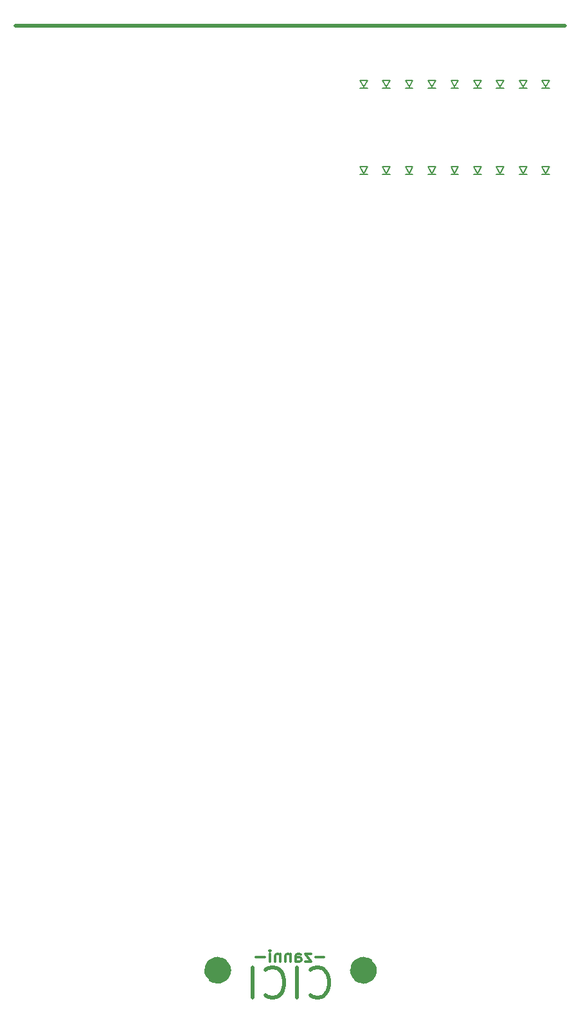
<source format=gbo>
G04 #@! TF.GenerationSoftware,KiCad,Pcbnew,(5.1.4)-1*
G04 #@! TF.CreationDate,2022-04-16T10:18:07+02:00*
G04 #@! TF.ProjectId,cici,63696369-2e6b-4696-9361-645f70636258,rev?*
G04 #@! TF.SameCoordinates,Original*
G04 #@! TF.FileFunction,Legend,Bot*
G04 #@! TF.FilePolarity,Positive*
%FSLAX46Y46*%
G04 Gerber Fmt 4.6, Leading zero omitted, Abs format (unit mm)*
G04 Created by KiCad (PCBNEW (5.1.4)-1) date 2022-04-16 10:18:07*
%MOMM*%
%LPD*%
G04 APERTURE LIST*
%ADD10C,0.500000*%
%ADD11C,0.300000*%
%ADD12C,3.000000*%
%ADD13C,0.150000*%
%ADD14R,1.400000X1.800000*%
%ADD15C,4.800000*%
%ADD16C,4.400000*%
%ADD17C,2.300000*%
%ADD18O,2.900000X2.400000*%
%ADD19C,2.400000*%
%ADD20C,1.924000*%
%ADD21O,2.178000X1.797000*%
G04 APERTURE END LIST*
D10*
X58000000Y-27200000D02*
X130375000Y-27200000D01*
D11*
X98625000Y-149807142D02*
X97482142Y-149807142D01*
X96910714Y-149378571D02*
X96125000Y-149378571D01*
X96910714Y-150378571D01*
X96125000Y-150378571D01*
X94910714Y-150378571D02*
X94910714Y-149592857D01*
X94982142Y-149450000D01*
X95125000Y-149378571D01*
X95410714Y-149378571D01*
X95553571Y-149450000D01*
X94910714Y-150307142D02*
X95053571Y-150378571D01*
X95410714Y-150378571D01*
X95553571Y-150307142D01*
X95625000Y-150164285D01*
X95625000Y-150021428D01*
X95553571Y-149878571D01*
X95410714Y-149807142D01*
X95053571Y-149807142D01*
X94910714Y-149735714D01*
X94196428Y-149378571D02*
X94196428Y-150378571D01*
X94196428Y-149521428D02*
X94125000Y-149450000D01*
X93982142Y-149378571D01*
X93767857Y-149378571D01*
X93625000Y-149450000D01*
X93553571Y-149592857D01*
X93553571Y-150378571D01*
X92839285Y-149378571D02*
X92839285Y-150378571D01*
X92839285Y-149521428D02*
X92767857Y-149450000D01*
X92625000Y-149378571D01*
X92410714Y-149378571D01*
X92267857Y-149450000D01*
X92196428Y-149592857D01*
X92196428Y-150378571D01*
X91482142Y-150378571D02*
X91482142Y-149378571D01*
X91482142Y-148878571D02*
X91553571Y-148950000D01*
X91482142Y-149021428D01*
X91410714Y-148950000D01*
X91482142Y-148878571D01*
X91482142Y-149021428D01*
X90767857Y-149807142D02*
X89625000Y-149807142D01*
D12*
X84900000Y-151500000D02*
G75*
G03X84900000Y-151500000I-300000J0D01*
G01*
X104100000Y-151500000D02*
G75*
G03X104100000Y-151500000I-300000J0D01*
G01*
D10*
X96791666Y-154728571D02*
X96982142Y-154919047D01*
X97553571Y-155109523D01*
X97934523Y-155109523D01*
X98505952Y-154919047D01*
X98886904Y-154538095D01*
X99077380Y-154157142D01*
X99267857Y-153395238D01*
X99267857Y-152823809D01*
X99077380Y-152061904D01*
X98886904Y-151680952D01*
X98505952Y-151300000D01*
X97934523Y-151109523D01*
X97553571Y-151109523D01*
X96982142Y-151300000D01*
X96791666Y-151490476D01*
X95077380Y-155109523D02*
X95077380Y-151109523D01*
X90886904Y-154728571D02*
X91077380Y-154919047D01*
X91648809Y-155109523D01*
X92029761Y-155109523D01*
X92601190Y-154919047D01*
X92982142Y-154538095D01*
X93172619Y-154157142D01*
X93363095Y-153395238D01*
X93363095Y-152823809D01*
X93172619Y-152061904D01*
X92982142Y-151680952D01*
X92601190Y-151300000D01*
X92029761Y-151109523D01*
X91648809Y-151109523D01*
X91077380Y-151300000D01*
X90886904Y-151490476D01*
X89172619Y-155109523D02*
X89172619Y-151109523D01*
D13*
X107325000Y-35350000D02*
X106325000Y-35350000D01*
X106325000Y-34350000D02*
X106825000Y-35250000D01*
X107325000Y-34350000D02*
X106325000Y-34350000D01*
X106825000Y-35250000D02*
X107325000Y-34350000D01*
X110325000Y-46700000D02*
X109325000Y-46700000D01*
X109325000Y-45700000D02*
X109825000Y-46600000D01*
X110325000Y-45700000D02*
X109325000Y-45700000D01*
X109825000Y-46600000D02*
X110325000Y-45700000D01*
X128325000Y-46700000D02*
X127325000Y-46700000D01*
X127325000Y-45700000D02*
X127825000Y-46600000D01*
X128325000Y-45700000D02*
X127325000Y-45700000D01*
X127825000Y-46600000D02*
X128325000Y-45700000D01*
X125325000Y-46700000D02*
X124325000Y-46700000D01*
X124325000Y-45700000D02*
X124825000Y-46600000D01*
X125325000Y-45700000D02*
X124325000Y-45700000D01*
X124825000Y-46600000D02*
X125325000Y-45700000D01*
X122325000Y-46700000D02*
X121325000Y-46700000D01*
X121325000Y-45700000D02*
X121825000Y-46600000D01*
X122325000Y-45700000D02*
X121325000Y-45700000D01*
X121825000Y-46600000D02*
X122325000Y-45700000D01*
X119325000Y-46700000D02*
X118325000Y-46700000D01*
X118325000Y-45700000D02*
X118825000Y-46600000D01*
X119325000Y-45700000D02*
X118325000Y-45700000D01*
X118825000Y-46600000D02*
X119325000Y-45700000D01*
X116325000Y-46700000D02*
X115325000Y-46700000D01*
X115325000Y-45700000D02*
X115825000Y-46600000D01*
X116325000Y-45700000D02*
X115325000Y-45700000D01*
X115825000Y-46600000D02*
X116325000Y-45700000D01*
X113325000Y-46700000D02*
X112325000Y-46700000D01*
X112325000Y-45700000D02*
X112825000Y-46600000D01*
X113325000Y-45700000D02*
X112325000Y-45700000D01*
X112825000Y-46600000D02*
X113325000Y-45700000D01*
X107325000Y-46700000D02*
X106325000Y-46700000D01*
X106325000Y-45700000D02*
X106825000Y-46600000D01*
X107325000Y-45700000D02*
X106325000Y-45700000D01*
X106825000Y-46600000D02*
X107325000Y-45700000D01*
X104325000Y-46700000D02*
X103325000Y-46700000D01*
X103325000Y-45700000D02*
X103825000Y-46600000D01*
X104325000Y-45700000D02*
X103325000Y-45700000D01*
X103825000Y-46600000D02*
X104325000Y-45700000D01*
X128325000Y-35350000D02*
X127325000Y-35350000D01*
X127325000Y-34350000D02*
X127825000Y-35250000D01*
X128325000Y-34350000D02*
X127325000Y-34350000D01*
X127825000Y-35250000D02*
X128325000Y-34350000D01*
X125325000Y-35350000D02*
X124325000Y-35350000D01*
X124325000Y-34350000D02*
X124825000Y-35250000D01*
X125325000Y-34350000D02*
X124325000Y-34350000D01*
X124825000Y-35250000D02*
X125325000Y-34350000D01*
X122325000Y-35350000D02*
X121325000Y-35350000D01*
X121325000Y-34350000D02*
X121825000Y-35250000D01*
X122325000Y-34350000D02*
X121325000Y-34350000D01*
X121825000Y-35250000D02*
X122325000Y-34350000D01*
X119325000Y-35350000D02*
X118325000Y-35350000D01*
X118325000Y-34350000D02*
X118825000Y-35250000D01*
X119325000Y-34350000D02*
X118325000Y-34350000D01*
X118825000Y-35250000D02*
X119325000Y-34350000D01*
X116325000Y-35350000D02*
X115325000Y-35350000D01*
X115325000Y-34350000D02*
X115825000Y-35250000D01*
X116325000Y-34350000D02*
X115325000Y-34350000D01*
X115825000Y-35250000D02*
X116325000Y-34350000D01*
X113325000Y-35350000D02*
X112325000Y-35350000D01*
X112325000Y-34350000D02*
X112825000Y-35250000D01*
X113325000Y-34350000D02*
X112325000Y-34350000D01*
X112825000Y-35250000D02*
X113325000Y-34350000D01*
X110325000Y-35350000D02*
X109325000Y-35350000D01*
X109325000Y-34350000D02*
X109825000Y-35250000D01*
X110325000Y-34350000D02*
X109325000Y-34350000D01*
X109825000Y-35250000D02*
X110325000Y-34350000D01*
X104325000Y-35350000D02*
X103325000Y-35350000D01*
X103325000Y-34350000D02*
X103825000Y-35250000D01*
X104325000Y-34350000D02*
X103325000Y-34350000D01*
X103825000Y-35250000D02*
X104325000Y-34350000D01*
%LPC*%
D14*
X106825000Y-33075000D03*
X106825000Y-36625000D03*
D15*
X94130000Y-146390000D03*
X134140000Y-30050000D03*
X54060000Y-30050000D03*
X120850000Y-135000000D03*
X67410000Y-135000000D03*
X94130000Y-108950000D03*
X113080000Y-70830000D03*
X75140000Y-70840000D03*
D16*
X103650000Y-137500000D03*
D17*
X98570000Y-137500000D03*
X108730000Y-137500000D03*
D18*
X106190000Y-132420000D03*
X99840000Y-134960000D03*
D16*
X84600000Y-137500000D03*
D17*
X79520000Y-137500000D03*
X89680000Y-137500000D03*
D18*
X87140000Y-132420000D03*
X80790000Y-134960000D03*
D16*
X122725000Y-118475000D03*
D17*
X117645000Y-118475000D03*
X127805000Y-118475000D03*
D18*
X125265000Y-113395000D03*
X118915000Y-115935000D03*
D16*
X103630000Y-118470000D03*
D17*
X98550000Y-118470000D03*
X108710000Y-118470000D03*
D18*
X106170000Y-113390000D03*
X99820000Y-115930000D03*
D16*
X84580000Y-118450000D03*
D17*
X79500000Y-118450000D03*
X89660000Y-118450000D03*
D18*
X87120000Y-113370000D03*
X80770000Y-115910000D03*
D16*
X65525000Y-118450000D03*
D17*
X60445000Y-118450000D03*
X70605000Y-118450000D03*
D18*
X68065000Y-113370000D03*
X61715000Y-115910000D03*
D16*
X122725000Y-99425000D03*
D17*
X117645000Y-99425000D03*
X127805000Y-99425000D03*
D18*
X125265000Y-94345000D03*
X118915000Y-96885000D03*
D16*
X103575000Y-99425000D03*
D17*
X98495000Y-99425000D03*
X108655000Y-99425000D03*
D18*
X106115000Y-94345000D03*
X99765000Y-96885000D03*
D16*
X84560000Y-99400000D03*
D17*
X79480000Y-99400000D03*
X89640000Y-99400000D03*
D18*
X87100000Y-94320000D03*
X80750000Y-96860000D03*
D16*
X65530000Y-99400000D03*
D17*
X60450000Y-99400000D03*
X70610000Y-99400000D03*
D18*
X68070000Y-94320000D03*
X61720000Y-96860000D03*
D16*
X122625000Y-80350000D03*
D17*
X117545000Y-80350000D03*
X127705000Y-80350000D03*
D18*
X125165000Y-75270000D03*
X118815000Y-77810000D03*
D16*
X103600000Y-80369000D03*
D17*
X98520000Y-80369000D03*
X108680000Y-80369000D03*
D18*
X106140000Y-75289000D03*
X99790000Y-77829000D03*
D16*
X84550000Y-80370000D03*
D17*
X79470000Y-80370000D03*
X89630000Y-80370000D03*
D18*
X87090000Y-75290000D03*
X80740000Y-77830000D03*
D16*
X65525000Y-80370000D03*
D17*
X60445000Y-80370000D03*
X70605000Y-80370000D03*
D18*
X68065000Y-75290000D03*
X61715000Y-77830000D03*
D16*
X122600000Y-61280000D03*
D17*
X117520000Y-61280000D03*
X127680000Y-61280000D03*
D18*
X125140000Y-56200000D03*
X118790000Y-58740000D03*
D16*
X103600000Y-61325000D03*
D17*
X98520000Y-61325000D03*
X108680000Y-61325000D03*
D18*
X106140000Y-56245000D03*
X99790000Y-58785000D03*
D16*
X84550000Y-61325000D03*
D17*
X79470000Y-61325000D03*
X89630000Y-61325000D03*
D18*
X87090000Y-56245000D03*
X80740000Y-58785000D03*
D16*
X65525000Y-61325000D03*
D17*
X60445000Y-61325000D03*
X70605000Y-61325000D03*
D18*
X68065000Y-56245000D03*
X61715000Y-58785000D03*
D19*
X100440000Y-31020000D03*
X93940000Y-31020000D03*
D14*
X109825000Y-44425000D03*
X109825000Y-47975000D03*
D20*
X62747000Y-46433600D03*
X65287000Y-46433600D03*
X67827000Y-46433600D03*
X70367000Y-46433600D03*
X72907000Y-46433600D03*
X75447000Y-46433600D03*
X77987000Y-46433600D03*
X80527000Y-46433600D03*
X83067000Y-46433600D03*
X85607000Y-46433600D03*
X88147000Y-46433600D03*
X90687000Y-46433600D03*
X90687000Y-31213600D03*
X88147000Y-31213600D03*
X85607000Y-31213600D03*
X83067000Y-31213600D03*
X80527000Y-31213600D03*
X77987000Y-31213600D03*
X75447000Y-31213600D03*
X72907000Y-31213600D03*
X70367000Y-31213600D03*
X67827000Y-31213600D03*
X65287000Y-31213600D03*
X62747000Y-31213600D03*
D21*
X94625000Y-35080000D03*
X94625000Y-37620000D03*
X94625000Y-40160000D03*
X94625000Y-42700000D03*
D14*
X127825000Y-44425000D03*
X127825000Y-47975000D03*
X124825000Y-44425000D03*
X124825000Y-47975000D03*
X121825000Y-44425000D03*
X121825000Y-47975000D03*
X118825000Y-44425000D03*
X118825000Y-47975000D03*
X115825000Y-44425000D03*
X115825000Y-47975000D03*
X112825000Y-44425000D03*
X112825000Y-47975000D03*
X106825000Y-44425000D03*
X106825000Y-47975000D03*
X103825000Y-44425000D03*
X103825000Y-47975000D03*
X127825000Y-33075000D03*
X127825000Y-36625000D03*
X124825000Y-33075000D03*
X124825000Y-36625000D03*
X121825000Y-33075000D03*
X121825000Y-36625000D03*
X118825000Y-33075000D03*
X118825000Y-36625000D03*
X115825000Y-33075000D03*
X115825000Y-36625000D03*
X112825000Y-33075000D03*
X112825000Y-36625000D03*
X109825000Y-33075000D03*
X109825000Y-36625000D03*
X103825000Y-33075000D03*
X103825000Y-36625000D03*
M02*

</source>
